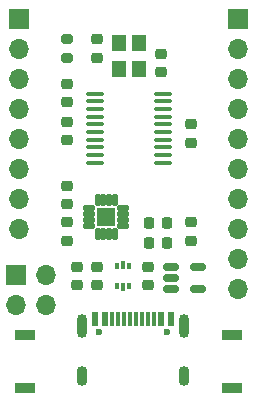
<source format=gts>
%TF.GenerationSoftware,KiCad,Pcbnew,7.0.8*%
%TF.CreationDate,2024-04-05T01:26:40-03:00*%
%TF.ProjectId,iW-Little,69572d4c-6974-4746-9c65-2e6b69636164,rev?*%
%TF.SameCoordinates,Original*%
%TF.FileFunction,Soldermask,Top*%
%TF.FilePolarity,Negative*%
%FSLAX46Y46*%
G04 Gerber Fmt 4.6, Leading zero omitted, Abs format (unit mm)*
G04 Created by KiCad (PCBNEW 7.0.8) date 2024-04-05 01:26:40*
%MOMM*%
%LPD*%
G01*
G04 APERTURE LIST*
G04 Aperture macros list*
%AMRoundRect*
0 Rectangle with rounded corners*
0 $1 Rounding radius*
0 $2 $3 $4 $5 $6 $7 $8 $9 X,Y pos of 4 corners*
0 Add a 4 corners polygon primitive as box body*
4,1,4,$2,$3,$4,$5,$6,$7,$8,$9,$2,$3,0*
0 Add four circle primitives for the rounded corners*
1,1,$1+$1,$2,$3*
1,1,$1+$1,$4,$5*
1,1,$1+$1,$6,$7*
1,1,$1+$1,$8,$9*
0 Add four rect primitives between the rounded corners*
20,1,$1+$1,$2,$3,$4,$5,0*
20,1,$1+$1,$4,$5,$6,$7,0*
20,1,$1+$1,$6,$7,$8,$9,0*
20,1,$1+$1,$8,$9,$2,$3,0*%
G04 Aperture macros list end*
%ADD10RoundRect,0.113200X-0.408800X-0.128800X0.408800X-0.128800X0.408800X0.128800X-0.408800X0.128800X0*%
%ADD11RoundRect,0.130000X-0.112000X-0.392000X0.112000X-0.392000X0.112000X0.392000X-0.112000X0.392000X0*%
%ADD12RoundRect,0.102000X-0.700000X-0.700000X0.700000X-0.700000X0.700000X0.700000X-0.700000X0.700000X0*%
%ADD13RoundRect,0.225000X-0.250000X0.225000X-0.250000X-0.225000X0.250000X-0.225000X0.250000X0.225000X0*%
%ADD14R,1.200000X1.400000*%
%ADD15RoundRect,0.150000X-0.512500X-0.150000X0.512500X-0.150000X0.512500X0.150000X-0.512500X0.150000X0*%
%ADD16RoundRect,0.225000X0.250000X-0.225000X0.250000X0.225000X-0.250000X0.225000X-0.250000X-0.225000X0*%
%ADD17C,0.600000*%
%ADD18R,0.600000X1.160000*%
%ADD19R,0.300000X1.160000*%
%ADD20O,0.900000X2.000000*%
%ADD21O,0.900000X1.700000*%
%ADD22RoundRect,0.225000X0.225000X0.250000X-0.225000X0.250000X-0.225000X-0.250000X0.225000X-0.250000X0*%
%ADD23RoundRect,0.218750X0.256250X-0.218750X0.256250X0.218750X-0.256250X0.218750X-0.256250X-0.218750X0*%
%ADD24R,1.700000X1.700000*%
%ADD25O,1.700000X1.700000*%
%ADD26RoundRect,0.200000X0.275000X-0.200000X0.275000X0.200000X-0.275000X0.200000X-0.275000X-0.200000X0*%
%ADD27RoundRect,0.100000X-0.637500X-0.100000X0.637500X-0.100000X0.637500X0.100000X-0.637500X0.100000X0*%
%ADD28R,1.700000X0.900000*%
%ADD29R,0.375000X0.500000*%
%ADD30R,0.300000X0.650000*%
G04 APERTURE END LIST*
D10*
X138410000Y-83005000D03*
X138410000Y-83505000D03*
X138410000Y-84005000D03*
X138410000Y-84505000D03*
D11*
X139105000Y-85200000D03*
X139605000Y-85200000D03*
X140105000Y-85200000D03*
X140605000Y-85200000D03*
D10*
X141300000Y-84505000D03*
X141300000Y-84005000D03*
X141300000Y-83505000D03*
X141300000Y-83005000D03*
D11*
X140605000Y-82310000D03*
X140105000Y-82310000D03*
X139605000Y-82310000D03*
X139105000Y-82310000D03*
D12*
X139855000Y-83755000D03*
D13*
X143400000Y-87975000D03*
X143400000Y-89525000D03*
X136500000Y-81125000D03*
X136500000Y-82675000D03*
D14*
X140950000Y-69000000D03*
X140950000Y-71200000D03*
X142650000Y-71200000D03*
X142650000Y-69000000D03*
D15*
X145312500Y-88000000D03*
X145312500Y-88950000D03*
X145312500Y-89900000D03*
X147587500Y-89900000D03*
X147587500Y-88000000D03*
D16*
X136500000Y-74025000D03*
X136500000Y-72475000D03*
D17*
X139213950Y-93500000D03*
X144993950Y-93500000D03*
D18*
X138903950Y-92440000D03*
X139703950Y-92440000D03*
D19*
X140853950Y-92440000D03*
X141853950Y-92440000D03*
X142353950Y-92440000D03*
X143353950Y-92440000D03*
D18*
X144503950Y-92440000D03*
X145303950Y-92440000D03*
X145303950Y-92440000D03*
X144503950Y-92440000D03*
D19*
X143853950Y-92440000D03*
X142853950Y-92440000D03*
X141353950Y-92440000D03*
X140353950Y-92440000D03*
D18*
X139703950Y-92440000D03*
X138903950Y-92440000D03*
D20*
X137783950Y-93020000D03*
D21*
X137783950Y-97190000D03*
D20*
X146423950Y-93020000D03*
D21*
X146423950Y-97190000D03*
D22*
X145025000Y-84250000D03*
X143475000Y-84250000D03*
D13*
X139100000Y-87975000D03*
X139100000Y-89525000D03*
D23*
X136500000Y-77275000D03*
X136500000Y-75700000D03*
D22*
X145025000Y-86000000D03*
X143475000Y-86000000D03*
D24*
X132450000Y-67000000D03*
D25*
X132450000Y-69540000D03*
X132450000Y-72080000D03*
X132450000Y-74620000D03*
X132450000Y-77160000D03*
X132450000Y-79700000D03*
X132450000Y-82240000D03*
X132450000Y-84780000D03*
D26*
X136500000Y-70325000D03*
X136500000Y-68675000D03*
D27*
X138887500Y-73325000D03*
X138887500Y-73975000D03*
X138887500Y-74625000D03*
X138887500Y-75275000D03*
X138887500Y-75925000D03*
X138887500Y-76575000D03*
X138887500Y-77225000D03*
X138887500Y-77875000D03*
X138887500Y-78525000D03*
X138887500Y-79175000D03*
X144612500Y-79175000D03*
X144612500Y-78525000D03*
X144612500Y-77875000D03*
X144612500Y-77225000D03*
X144612500Y-76575000D03*
X144612500Y-75925000D03*
X144612500Y-75275000D03*
X144612500Y-74625000D03*
X144612500Y-73975000D03*
X144612500Y-73325000D03*
D16*
X147050000Y-77475000D03*
X147050000Y-75925000D03*
D24*
X151000000Y-67000000D03*
D25*
X151000000Y-69540000D03*
X151000000Y-72080000D03*
X151000000Y-74620000D03*
X151000000Y-77160000D03*
X151000000Y-79700000D03*
X151000000Y-82240000D03*
X151000000Y-84780000D03*
X151000000Y-87320000D03*
X151000000Y-89860000D03*
D28*
X150500000Y-93750000D03*
X150500000Y-98250000D03*
D24*
X132210000Y-88710000D03*
D25*
X134750000Y-88710000D03*
X132210000Y-91250000D03*
X134750000Y-91250000D03*
D16*
X147000000Y-85775000D03*
X147000000Y-84225000D03*
D28*
X133000000Y-98250000D03*
X133000000Y-93750000D03*
D16*
X137400000Y-89525000D03*
X137400000Y-87975000D03*
D29*
X141787500Y-87900000D03*
D30*
X141250000Y-87825000D03*
D29*
X140712500Y-87900000D03*
X140712500Y-89600000D03*
D30*
X141250000Y-89675000D03*
D29*
X141787500Y-89600000D03*
D13*
X139100000Y-68725000D03*
X139100000Y-70275000D03*
D16*
X144500000Y-71475000D03*
X144500000Y-69925000D03*
X136500000Y-85775000D03*
X136500000Y-84225000D03*
M02*

</source>
